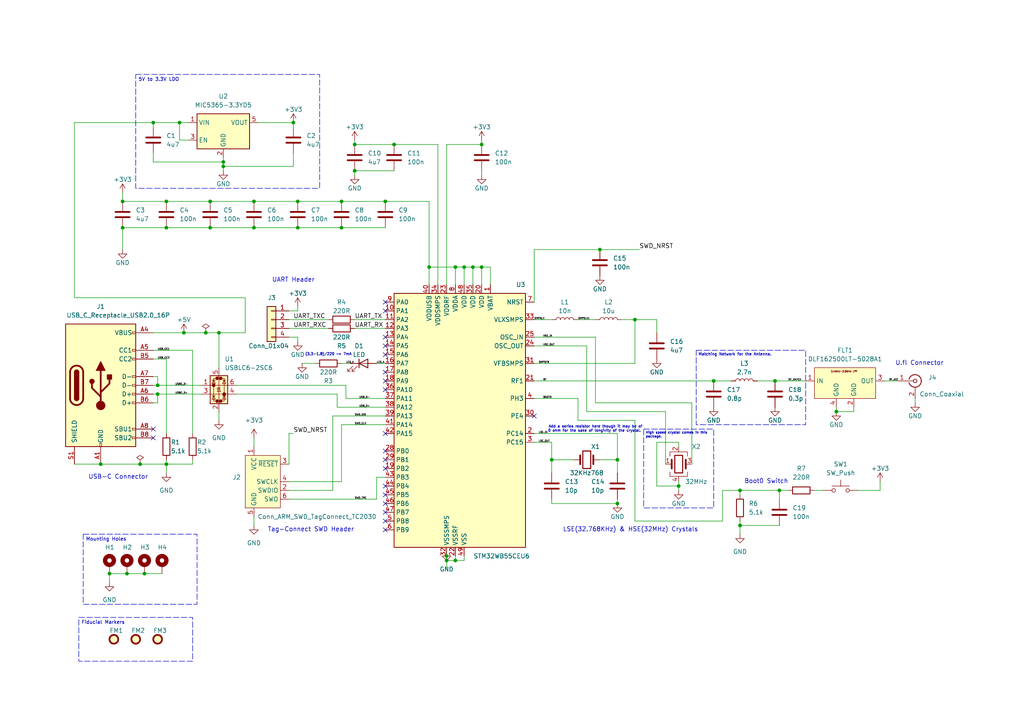
<source format=kicad_sch>
(kicad_sch (version 20231120) (generator "eeschema") (generator_version "8.0")
  (paper "A4")
  (title_block (title "STM32B KiCad Tutorial") (date "2024-05-09") (rev "1.0") (company "Ucase Labs"))
  (lib_symbols
    (symbol "Connector:Conn_ARM_SWD_TagConnect_TC2030" (in_bom no)
      (property "Reference" "J" (at 2.54 11.43 0))
      (property "Value" "Conn_ARM_SWD_TagConnect_TC2030" (at 5.08 8.89 0))
      (symbol "Conn_ARM_SWD_TagConnect_TC2030_0_0"
        (pin power_in line (at -2.54 10.16 270) (length 2.54) (name "VCC") (number "1"))
        (pin bidirectional line (at 7.62 -2.54 180) (length 2.54) (name "SWDIO") (number "2"))
        (pin open_collector line (at 7.62 5.08 180) (length 2.54) (name "~{RESET}") (number "3"))
        (pin output line (at 7.62 0 180) (length 2.54) (name "SWCLK") (number "4"))
        (pin power_in line (at -2.54 -10.16 90) (length 2.54) (name "GND") (number "5"))
        (pin input line (at 7.62 -5.08 180) (length 2.54) (name "SWO") (number "6"))
      )
    )
    (symbol "Connector:Conn_Coaxial" (pin_names (offset 1.016) hide)
      (property "Reference" "J" (at 0.254 3.048 0))
      (property "Value" "Conn_Coaxial" (at 2.921 0 90))
      (symbol "Conn_Coaxial_1_1"
        (pin passive line (at -5.08 0 0) (length 2.54) (name "In") (number "1"))
        (pin passive line (at 0 -5.08 90) (length 2.54) (name "Ext") (number "2"))
      )
    )
    (symbol "Connector:USB_C_Receptacle_USB2.0_16P" (pin_names (offset 1.016))
      (property "Reference" "J" (at 0 22.225 0))
      (property "Value" "USB_C_Receptacle_USB2.0_16P" (at 0 19.685 0))
      (symbol "USB_C_Receptacle_USB2.0_16P_1_1"
        (pin passive line (at 0 -22.86 90) (length 5.08) (name "GND") (number "A1"))
        (pin passive line (at 0 -22.86 90) (length 5.08) hide (name "GND") (number "A12"))
        (pin passive line (at 15.24 15.24 180) (length 5.08) (name "VBUS") (number "A4"))
        (pin bidirectional line (at 15.24 10.16 180) (length 5.08) (name "CC1") (number "A5"))
        (pin bidirectional line (at 15.24 -2.54 180) (length 5.08) (name "D+") (number "A6"))
        (pin bidirectional line (at 15.24 2.54 180) (length 5.08) (name "D-") (number "A7"))
        (pin bidirectional line (at 15.24 -12.7 180) (length 5.08) (name "SBU1") (number "A8"))
        (pin passive line (at 15.24 15.24 180) (length 5.08) hide (name "VBUS") (number "A9"))
        (pin passive line (at 0 -22.86 90) (length 5.08) hide (name "GND") (number "B1"))
        (pin passive line (at 0 -22.86 90) (length 5.08) hide (name "GND") (number "B12"))
        (pin passive line (at 15.24 15.24 180) (length 5.08) hide (name "VBUS") (number "B4"))
        (pin bidirectional line (at 15.24 7.62 180) (length 5.08) (name "CC2") (number "B5"))
        (pin bidirectional line (at 15.24 -5.08 180) (length 5.08) (name "D+") (number "B6"))
        (pin bidirectional line (at 15.24 0 180) (length 5.08) (name "D-") (number "B7"))
        (pin bidirectional line (at 15.24 -15.24 180) (length 5.08) (name "SBU2") (number "B8"))
        (pin passive line (at 15.24 15.24 180) (length 5.08) hide (name "VBUS") (number "B9"))
        (pin passive line (at -7.62 -22.86 90) (length 5.08) (name "SHIELD") (number "S1"))
      )
    )
    (symbol "Connector_Generic:Conn_01x04" (pin_names (offset 1.016) hide)
      (property "Reference" "J" (at 0 5.08 0))
      (property "Value" "Conn_01x04" (at 0 -7.62 0))
      (symbol "Conn_01x04_1_1"
        (pin passive line (at -5.08 2.54 0) (length 3.81) (name "Pin_1") (number "1"))
        (pin passive line (at -5.08 0 0) (length 3.81) (name "Pin_2") (number "2"))
        (pin passive line (at -5.08 -2.54 0) (length 3.81) (name "Pin_3") (number "3"))
        (pin passive line (at -5.08 -5.08 0) (length 3.81) (name "Pin_4") (number "4"))
      )
    )
    (symbol "Device:C" (pin_numbers hide) (pin_names (offset 0.254))
      (property "Reference" "C" (at 0.635 2.54 0))
      (property "Value" "C" (at 0.635 -2.54 0))
      (symbol "C_1_1"
        (pin passive line (at 0 3.81 270) (length 2.794) (name "~") (number "1"))
        (pin passive line (at 0 -3.81 90) (length 2.794) (name "~") (number "2"))
      )
    )
    (symbol "Device:Crystal" (pin_numbers hide) (pin_names (offset 1.016) hide)
      (property "Reference" "Y" (at 0 3.81 0))
      (property "Value" "Crystal" (at 0 -3.81 0))
      (symbol "Crystal_1_1"
        (pin passive line (at -3.81 0 0) (length 1.27) (name "1") (number "1"))
        (pin passive line (at 3.81 0 180) (length 1.27) (name "2") (number "2"))
      )
    )
    (symbol "Device:Crystal_GND24" (pin_names (offset 1.016) hide)
      (property "Reference" "Y" (at 3.175 5.08 0))
      (property "Value" "Crystal_GND24" (at 3.175 3.175 0))
      (symbol "Crystal_GND24_1_1"
        (pin passive line (at -3.81 0 0) (length 1.27) (name "1") (number "1"))
        (pin passive line (at 0 5.08 270) (length 1.27) (name "2") (number "2"))
        (pin passive line (at 3.81 0 180) (length 1.27) (name "3") (number "3"))
        (pin passive line (at 0 -5.08 90) (length 1.27) (name "4") (number "4"))
      )
    )
    (symbol "Device:L" (pin_numbers hide) (pin_names (offset 1.016) hide)
      (property "Reference" "L" (at -1.27 0 90))
      (property "Value" "L" (at 1.905 0 90))
      (symbol "L_1_1"
        (pin passive line (at 0 3.81 270) (length 1.27) (name "1") (number "1"))
        (pin passive line (at 0 -3.81 90) (length 1.27) (name "2") (number "2"))
      )
    )
    (symbol "Device:LED" (pin_numbers hide) (pin_names (offset 1.016) hide)
      (property "Reference" "D" (at 0 2.54 0))
      (property "Value" "LED" (at 0 -2.54 0))
      (symbol "LED_1_1"
        (pin passive line (at -3.81 0 0) (length 2.54) (name "K") (number "1"))
        (pin passive line (at 3.81 0 180) (length 2.54) (name "A") (number "2"))
      )
    )
    (symbol "Device:R" (pin_numbers hide) (pin_names (offset 0))
      (property "Reference" "R" (at 2.032 0 90))
      (property "Value" "R" (at 0 0 90))
      (symbol "R_1_1"
        (pin passive line (at 0 3.81 270) (length 1.27) (name "~") (number "1"))
        (pin passive line (at 0 -3.81 90) (length 1.27) (name "~") (number "2"))
      )
    )
    (symbol "MCU_ST_STM32WB:STM32WB55CEUx"
      (property "Reference" "U" (at -17.78 39.37 0))
      (property "Value" "STM32WB55CEUx" (at 12.7 39.37 0))
      (symbol "STM32WB55CEUx_1_1"
        (pin power_in line (at -7.62 40.64 270) (length 2.54) (name "VBAT") (number "1"))
        (pin bidirectional line (at 22.86 33.02 180) (length 2.54) (name "PA1") (number "10"))
        (pin bidirectional line (at 22.86 30.48 180) (length 2.54) (name "PA2") (number "11"))
        (pin bidirectional line (at 22.86 27.94 180) (length 2.54) (name "PA3") (number "12"))
        (pin bidirectional line (at 22.86 25.4 180) (length 2.54) (name "PA4") (number "13"))
        (pin bidirectional line (at 22.86 22.86 180) (length 2.54) (name "PA5") (number "14"))
        (pin bidirectional line (at 22.86 20.32 180) (length 2.54) (name "PA6") (number "15"))
        (pin bidirectional line (at 22.86 17.78 180) (length 2.54) (name "PA7") (number "16"))
        (pin bidirectional line (at 22.86 15.24 180) (length 2.54) (name "PA8") (number "17"))
        (pin bidirectional line (at 22.86 12.7 180) (length 2.54) (name "PA9") (number "18"))
        (pin bidirectional line (at 22.86 -12.7 180) (length 2.54) (name "PB2") (number "19"))
        (pin bidirectional line (at -20.32 -2.54 0) (length 2.54) (name "PC14") (number "2"))
        (pin power_in line (at -5.08 40.64 270) (length 2.54) (name "VDD") (number "20"))
        (pin bidirectional line (at -20.32 12.7 0) (length 2.54) (name "RF1") (number "21"))
        (pin power_in line (at 2.54 -38.1 90) (length 2.54) (name "VSSRF") (number "22"))
        (pin power_in line (at 5.08 40.64 270) (length 2.54) (name "VDDRF") (number "23"))
        (pin input line (at -20.32 22.86 0) (length 2.54) (name "OSC_OUT") (number "24"))
        (pin input line (at -20.32 25.4 0) (length 2.54) (name "OSC_IN") (number "25"))
        (pin no_connect line (at -17.78 -35.56 0) (length 2.54) hide (name "AT0") (number "26"))
        (pin no_connect line (at -17.78 -33.02 0) (length 2.54) hide (name "AT1") (number "27"))
        (pin bidirectional line (at 22.86 -7.62 180) (length 2.54) (name "PB0") (number "28"))
        (pin bidirectional line (at 22.86 -10.16 180) (length 2.54) (name "PB1") (number "29"))
        (pin bidirectional line (at -20.32 -5.08 0) (length 2.54) (name "PC15") (number "3"))
        (pin bidirectional line (at -20.32 2.54 0) (length 2.54) (name "PE4") (number "30"))
        (pin input line (at -20.32 17.78 0) (length 2.54) (name "VFBSMPS") (number "31"))
        (pin power_in line (at 5.08 -38.1 90) (length 2.54) (name "VSSSMPS") (number "32"))
        (pin power_in line (at -20.32 30.48 0) (length 2.54) (name "VLXSMPS") (number "33"))
        (pin power_in line (at 7.62 40.64 270) (length 2.54) (name "VDDSMPS") (number "34"))
        (pin power_in line (at -2.54 40.64 270) (length 2.54) (name "VDD") (number "35"))
        (pin bidirectional line (at 22.86 10.16 180) (length 2.54) (name "PA10") (number "36"))
        (pin bidirectional line (at 22.86 7.62 180) (length 2.54) (name "PA11") (number "37"))
        (pin bidirectional line (at 22.86 5.08 180) (length 2.54) (name "PA12") (number "38"))
        (pin bidirectional line (at 22.86 2.54 180) (length 2.54) (name "PA13") (number "39"))
        (pin bidirectional line (at -20.32 7.62 0) (length 2.54) (name "PH3") (number "4"))
        (pin power_in line (at 10.16 40.64 270) (length 2.54) (name "VDDUSB") (number "40"))
        (pin bidirectional line (at 22.86 0 180) (length 2.54) (name "PA14") (number "41"))
        (pin bidirectional line (at 22.86 -2.54 180) (length 2.54) (name "PA15") (number "42"))
        (pin bidirectional line (at 22.86 -15.24 180) (length 2.54) (name "PB3") (number "43"))
        (pin bidirectional line (at 22.86 -17.78 180) (length 2.54) (name "PB4") (number "44"))
        (pin bidirectional line (at 22.86 -20.32 180) (length 2.54) (name "PB5") (number "45"))
        (pin bidirectional line (at 22.86 -22.86 180) (length 2.54) (name "PB6") (number "46"))
        (pin bidirectional line (at 22.86 -25.4 180) (length 2.54) (name "PB7") (number "47"))
        (pin power_in line (at 0 40.64 270) (length 2.54) (name "VDD") (number "48"))
        (pin power_in line (at 0 -38.1 90) (length 2.54) (name "VSS") (number "49"))
        (pin bidirectional line (at 22.86 -27.94 180) (length 2.54) (name "PB8") (number "5"))
        (pin bidirectional line (at 22.86 -30.48 180) (length 2.54) (name "PB9") (number "6"))
        (pin input line (at -20.32 35.56 0) (length 2.54) (name "NRST") (number "7"))
        (pin power_in line (at 2.54 40.64 270) (length 2.54) (name "VDDA") (number "8"))
        (pin bidirectional line (at 22.86 35.56 180) (length 2.54) (name "PA0") (number "9"))
      )
    )
    (symbol "Mechanical:Fiducial" (exclude_from_sim yes) (in_bom no)
      (property "Reference" "FID" (at 0 5.08 0))
      (property "Value" "Fiducial" (at 0 3.175 0))
    )
    (symbol "Mechanical:MountingHole_Pad" (pin_numbers hide) (pin_names (offset 1.016) hide) (exclude_from_sim yes) (in_bom no)
      (property "Reference" "H" (at 0 6.35 0))
      (property "Value" "MountingHole_Pad" (at 0 4.445 0))
      (symbol "MountingHole_Pad_1_1"
        (pin input line (at 0 -2.54 90) (length 2.54) (name "1") (number "1"))
      )
    )
    (symbol "Power_Protection:USBLC6-2SC6" (pin_names hide)
      (property "Reference" "U" (at 0.635 5.715 0))
      (property "Value" "USBLC6-2SC6" (at 0.635 3.81 0))
      (symbol "USBLC6-2SC6_1_1"
        (pin passive line (at -5.08 0 0) (length 2.54) (name "I/O1") (number "1"))
        (pin passive line (at 0 -7.62 90) (length 2.54) (name "GND") (number "2"))
        (pin passive line (at -5.08 -2.54 0) (length 2.54) (name "I/O2") (number "3"))
        (pin passive line (at 5.08 -2.54 180) (length 2.54) (name "I/O2") (number "4"))
        (pin passive line (at 0 5.08 270) (length 2.54) (name "VBUS") (number "5"))
        (pin passive line (at 5.08 0 180) (length 2.54) (name "I/O1") (number "6"))
      )
    )
    (symbol "Regulator_Linear:MIC5365-3.3YD5"
      (property "Reference" "U" (at -7.62 6.35 0))
      (property "Value" "MIC5365-3.3YD5" (at 0 6.35 0))
      (symbol "MIC5365-3.3YD5_1_1"
        (pin power_in line (at -10.16 2.54 0) (length 2.54) (name "VIN") (number "1"))
        (pin power_in line (at 0 -7.62 90) (length 2.54) (name "GND") (number "2"))
        (pin input line (at -10.16 -2.54 0) (length 2.54) (name "EN") (number "3"))
        (pin no_connect line (at 7.62 -2.54 180) (length 2.54) hide (name "NC") (number "4"))
        (pin power_out line (at 10.16 2.54 180) (length 2.54) (name "VOUT") (number "5"))
      )
    )
    (symbol "STM32WB-Bluetooth_Hardware_Design_SchematicSymbols:DLF162500LT-5028A1"
      (property "Reference" "FLT" (at 0 4.826 0))
      (property "Value" "DLF162500LT-5028A1" (at 14.224 -6.35 0))
      (symbol "DLF162500LT-5028A1_0_0"
        (pin passive line (at -11.43 0 0) (length 2.54) (name "IN") (number "1"))
        (pin passive line (at 2.54 -7.62 90) (length 2.54) (name "GND") (number "2"))
        (pin passive line (at 11.43 0 180) (length 2.54) (name "OUT") (number "3"))
        (pin passive line (at -2.54 -7.62 90) (length 2.54) (name "GND") (number "4"))
      )
      (symbol "DLF162500LT-5028A1_1_1"
        (text "2.4GHz-2.5GHz LPF" (at -0.254 2.794 0) (effects (font (size 0.508 0.508))))
      )
    )
    (symbol "Switch:SW_Push" (pin_numbers hide) (pin_names (offset 1.016) hide)
      (property "Reference" "SW" (at 1.27 2.54 0))
      (property "Value" "SW_Push" (at 0 -1.524 0))
      (symbol "SW_Push_0_1"
        (pin passive line (at -5.08 0 0) (length 2.54) (name "1") (number "1"))
        (pin passive line (at 5.08 0 180) (length 2.54) (name "2") (number "2"))
      )
    )
    (symbol "power:+3V3" (power) (pin_names (offset 0))
      (property "Value" "+3V3" (at 0 3.556 0))
      (symbol "+3V3_1_1"
        (pin power_in line (at 0 0 90) (length 0) hide (name "+3V3") (number "1"))
      )
    )
    (symbol "power:+5V" (power) (pin_numbers hide) (pin_names (offset 0) hide)
      (property "Value" "+5V" (at 0 3.556 0))
      (symbol "+5V_1_1"
        (pin power_in line (at 0 0 90) (length 0) (name "~") (number "1"))
      )
    )
    (symbol "power:GND" (power) (pin_names (offset 0))
      (property "Value" "GND" (at 0 -3.81 0))
      (symbol "GND_1_1"
        (pin power_in line (at 0 0 270) (length 0) hide (name "GND") (number "1"))
      )
    )
    (symbol "power:PWR_FLAG" (power) (pin_numbers hide) (pin_names (offset 0) hide)
      (property "Value" "PWR_FLAG" (at 0 3.81 0))
      (symbol "PWR_FLAG_0_0"
        (pin power_out line (at 0 0 90) (length 0) (name "~") (number "1"))
      )
    )
  )
  (junction (at 40.64 134.62))
  (junction (at 124.46 77.47))
  (junction (at 173.99 72.39))
  (junction (at 36.83 166.37))
  (junction (at 134.62 77.47))
  (junction (at 184.15 92.71))
  (junction (at 35.56 66.04))
  (junction (at 102.87 41.91))
  (junction (at 52.07 35.56))
  (junction (at 214.63 142.24))
  (junction (at 114.3 41.91))
  (junction (at 73.66 66.04))
  (junction (at 86.36 58.42))
  (junction (at 111.76 58.42))
  (junction (at 226.06 142.24))
  (junction (at 224.79 110.49))
  (junction (at 129.54 161.29))
  (junction (at 60.96 66.04))
  (junction (at 41.91 166.37))
  (junction (at 64.77 48.26))
  (junction (at 59.69 96.52))
  (junction (at 44.45 35.56))
  (junction (at 242.57 119.38))
  (junction (at 179.07 133.35))
  (junction (at 31.75 166.37))
  (junction (at 60.96 58.42))
  (junction (at 214.63 152.4))
  (junction (at 85.09 35.56))
  (junction (at 63.5 96.52))
  (junction (at 45.72 111.76))
  (junction (at 73.66 58.42))
  (junction (at 137.16 77.47))
  (junction (at 102.87 49.53))
  (junction (at 129.54 162.56))
  (junction (at 29.21 134.62))
  (junction (at 139.7 77.47))
  (junction (at 99.06 66.04))
  (junction (at 64.77 46.99))
  (junction (at 48.26 58.42))
  (junction (at 139.7 41.91))
  (junction (at 99.06 58.42))
  (junction (at 48.26 66.04))
  (junction (at 132.08 77.47))
  (junction (at 45.72 114.3))
  (junction (at 132.08 162.56))
  (junction (at 207.01 110.49))
  (junction (at 86.36 66.04))
  (junction (at 196.85 140.97))
  (junction (at 48.26 134.62))
  (junction (at 53.34 96.52))
  (junction (at 35.56 58.42))
  (junction (at 179.07 146.05))
  (junction (at 160.02 133.35))
  (no_connect (at 111.76 97.79))
  (no_connect (at 111.76 90.17))
  (no_connect (at 111.76 110.49))
  (no_connect (at 111.76 146.05))
  (no_connect (at 111.76 135.89))
  (no_connect (at 111.76 153.67))
  (no_connect (at 44.45 124.46))
  (no_connect (at 111.76 143.51))
  (no_connect (at 111.76 130.81))
  (no_connect (at 111.76 133.35))
  (no_connect (at 111.76 100.33))
  (no_connect (at 111.76 102.87))
  (no_connect (at 111.76 140.97))
  (no_connect (at 111.76 148.59))
  (no_connect (at 44.45 127))
  (no_connect (at 154.94 120.65))
  (no_connect (at 111.76 107.95))
  (no_connect (at 111.76 151.13))
  (no_connect (at 111.76 87.63))
  (no_connect (at 111.76 125.73))
  (no_connect (at 111.76 113.03))
  (wire (pts (xy 139.7 49.53) (xy 139.7 50.8)))
  (wire (pts (xy 55.88 134.62) (xy 55.88 133.35)))
  (wire (pts (xy 44.45 96.52) (xy 53.34 96.52)))
  (wire (pts (xy 63.5 96.52) (xy 71.12 96.52)))
  (wire (pts (xy 60.96 66.04) (xy 73.66 66.04)))
  (wire (pts (xy 44.45 44.45) (xy 44.45 46.99)))
  (wire (pts (xy 209.55 151.13) (xy 209.55 142.24)))
  (wire (pts (xy 85.09 48.26) (xy 85.09 44.45)))
  (wire (pts (xy 83.82 95.25) (xy 95.25 95.25)))
  (wire (pts (xy 154.94 87.63) (xy 154.94 72.39)))
  (wire (pts (xy 132.08 77.47) (xy 134.62 77.47)))
  (wire (pts (xy 102.87 41.91) (xy 114.3 41.91)))
  (wire (pts (xy 132.08 77.47) (xy 132.08 82.55)))
  (wire (pts (xy 190.5 140.97) (xy 190.5 128.27)))
  (wire (pts (xy 124.46 58.42) (xy 124.46 77.47)))
  (wire (pts (xy 160.02 133.35) (xy 160.02 137.16)))
  (wire (pts (xy 87.63 105.41) (xy 91.44 105.41)))
  (wire (pts (xy 53.34 96.52) (xy 59.69 96.52)))
  (wire (pts (xy 35.56 55.88) (xy 35.56 58.42)))
  (wire (pts (xy 99.06 139.7) (xy 99.06 123.19)))
  (wire (pts (xy 86.36 88.9) (xy 86.36 90.17)))
  (wire (pts (xy 184.15 92.71) (xy 190.5 92.71)))
  (wire (pts (xy 247.65 119.38) (xy 247.65 118.11)))
  (wire (pts (xy 64.77 48.26) (xy 64.77 49.53)))
  (wire (pts (xy 179.07 133.35) (xy 179.07 137.16)))
  (wire (pts (xy 214.63 152.4) (xy 226.06 152.4)))
  (wire (pts (xy 129.54 161.29) (xy 129.54 160.02)))
  (wire (pts (xy 134.62 77.47) (xy 137.16 77.47)))
  (wire (pts (xy 124.46 77.47) (xy 132.08 77.47)))
  (wire (pts (xy 160.02 133.35) (xy 166.37 133.35)))
  (wire (pts (xy 45.72 109.22) (xy 45.72 111.76)))
  (wire (pts (xy 154.94 110.49) (xy 207.01 110.49)))
  (wire (pts (xy 142.24 77.47) (xy 142.24 82.55)))
  (wire (pts (xy 242.57 119.38) (xy 242.57 118.11)))
  (wire (pts (xy 99.06 66.04) (xy 111.76 66.04)))
  (wire (pts (xy 48.26 137.16) (xy 48.26 134.62)))
  (wire (pts (xy 44.45 109.22) (xy 45.72 109.22)))
  (wire (pts (xy 190.5 92.71) (xy 190.5 96.52)))
  (wire (pts (xy 100.33 111.76) (xy 100.33 115.57)))
  (wire (pts (xy 170.18 100.33) (xy 154.94 100.33)))
  (wire (pts (xy 35.56 66.04) (xy 35.56 72.39)))
  (wire (pts (xy 139.7 77.47) (xy 139.7 82.55)))
  (wire (pts (xy 86.36 58.42) (xy 99.06 58.42)))
  (wire (pts (xy 184.15 92.71) (xy 184.15 105.41)))
  (wire (pts (xy 214.63 142.24) (xy 226.06 142.24)))
  (wire (pts (xy 35.56 66.04) (xy 48.26 66.04)))
  (wire (pts (xy 86.36 90.17) (xy 83.82 90.17)))
  (wire (pts (xy 45.72 114.3) (xy 58.42 114.3)))
  (wire (pts (xy 73.66 149.86) (xy 73.66 152.4)))
  (wire (pts (xy 160.02 146.05) (xy 179.07 146.05)))
  (wire (pts (xy 63.5 96.52) (xy 63.5 106.68)))
  (wire (pts (xy 97.79 118.11) (xy 111.76 118.11)))
  (wire (pts (xy 60.96 58.42) (xy 73.66 58.42)))
  (wire (pts (xy 100.33 115.57) (xy 111.76 115.57)))
  (wire (pts (xy 97.79 114.3) (xy 97.79 118.11)))
  (wire (pts (xy 44.45 111.76) (xy 45.72 111.76)))
  (wire (pts (xy 85.09 36.83) (xy 85.09 35.56)))
  (wire (pts (xy 48.26 58.42) (xy 60.96 58.42)))
  (wire (pts (xy 52.07 40.64) (xy 52.07 35.56)))
  (wire (pts (xy 167.64 115.57) (xy 167.64 121.92)))
  (wire (pts (xy 154.94 128.27) (xy 160.02 128.27)))
  (wire (pts (xy 31.75 166.37) (xy 36.83 166.37)))
  (wire (pts (xy 170.18 119.38) (xy 170.18 100.33)))
  (wire (pts (xy 44.45 46.99) (xy 64.77 46.99)))
  (wire (pts (xy 55.88 101.6) (xy 55.88 125.73)))
  (wire (pts (xy 83.82 134.62) (xy 83.82 125.73)))
  (wire (pts (xy 44.45 116.84) (xy 45.72 116.84)))
  (wire (pts (xy 73.66 127) (xy 73.66 129.54)))
  (wire (pts (xy 190.5 128.27) (xy 196.85 128.27)))
  (wire (pts (xy 45.72 116.84) (xy 45.72 114.3)))
  (wire (pts (xy 265.43 115.57) (xy 265.43 116.84)))
  (wire (pts (xy 74.93 35.56) (xy 85.09 35.56)))
  (wire (pts (xy 180.34 92.71) (xy 184.15 92.71)))
  (wire (pts (xy 137.16 77.47) (xy 139.7 77.47)))
  (wire (pts (xy 48.26 66.04) (xy 60.96 66.04)))
  (wire (pts (xy 45.72 111.76) (xy 58.42 111.76)))
  (wire (pts (xy 154.94 115.57) (xy 167.64 115.57)))
  (wire (pts (xy 48.26 104.14) (xy 44.45 104.14)))
  (wire (pts (xy 184.15 105.41) (xy 154.94 105.41)))
  (wire (pts (xy 179.07 125.73) (xy 179.07 133.35)))
  (wire (pts (xy 102.87 49.53) (xy 114.3 49.53)))
  (wire (pts (xy 129.54 162.56) (xy 132.08 162.56)))
  (wire (pts (xy 68.58 114.3) (xy 97.79 114.3)))
  (wire (pts (xy 124.46 82.55) (xy 124.46 77.47)))
  (wire (pts (xy 139.7 40.64) (xy 139.7 41.91)))
  (wire (pts (xy 185.42 72.39) (xy 173.99 72.39)))
  (wire (pts (xy 196.85 128.27) (xy 196.85 129.54)))
  (wire (pts (xy 139.7 77.47) (xy 142.24 77.47)))
  (wire (pts (xy 73.66 58.42) (xy 86.36 58.42)))
  (wire (pts (xy 96.52 142.24) (xy 96.52 120.65)))
  (wire (pts (xy 236.22 142.24) (xy 238.76 142.24)))
  (wire (pts (xy 154.94 125.73) (xy 179.07 125.73)))
  (wire (pts (xy 73.66 66.04) (xy 86.36 66.04)))
  (wire (pts (xy 44.45 114.3) (xy 45.72 114.3)))
  (wire (pts (xy 36.83 166.37) (xy 41.91 166.37)))
  (wire (pts (xy 48.26 125.73) (xy 48.26 104.14)))
  (wire (pts (xy 129.54 41.91) (xy 129.54 82.55)))
  (wire (pts (xy 193.04 134.62) (xy 193.04 119.38)))
  (wire (pts (xy 224.79 110.49) (xy 233.68 110.49)))
  (wire (pts (xy 129.54 41.91) (xy 139.7 41.91)))
  (wire (pts (xy 83.82 125.73) (xy 85.09 125.73)))
  (wire (pts (xy 255.27 142.24) (xy 248.92 142.24)))
  (wire (pts (xy 21.59 35.56) (xy 44.45 35.56)))
  (wire (pts (xy 256.54 110.49) (xy 260.35 110.49)))
  (wire (pts (xy 83.82 97.79) (xy 86.36 97.79)))
  (wire (pts (xy 86.36 97.79) (xy 86.36 99.06)))
  (wire (pts (xy 132.08 161.29) (xy 132.08 162.56)))
  (wire (pts (xy 255.27 139.7) (xy 255.27 142.24)))
  (wire (pts (xy 59.69 96.52) (xy 63.5 96.52)))
  (wire (pts (xy 226.06 142.24) (xy 228.6 142.24)))
  (wire (pts (xy 99.06 58.42) (xy 111.76 58.42)))
  (wire (pts (xy 102.87 40.64) (xy 102.87 41.91)))
  (wire (pts (xy 127 41.91) (xy 127 82.55)))
  (wire (pts (xy 154.94 97.79) (xy 172.72 97.79)))
  (wire (pts (xy 109.22 138.43) (xy 109.22 144.78)))
  (wire (pts (xy 137.16 77.47) (xy 137.16 82.55)))
  (wire (pts (xy 102.87 92.71) (xy 111.76 92.71)))
  (wire (pts (xy 134.62 77.47) (xy 134.62 82.55)))
  (wire (pts (xy 99.06 123.19) (xy 111.76 123.19)))
  (wire (pts (xy 184.15 151.13) (xy 209.55 151.13)))
  (wire (pts (xy 52.07 35.56) (xy 54.61 35.56)))
  (wire (pts (xy 242.57 119.38) (xy 247.65 119.38)))
  (wire (pts (xy 109.22 105.41) (xy 111.76 105.41)))
  (wire (pts (xy 154.94 92.71) (xy 160.02 92.71)))
  (wire (pts (xy 96.52 120.65) (xy 111.76 120.65)))
  (wire (pts (xy 102.87 95.25) (xy 111.76 95.25)))
  (wire (pts (xy 160.02 128.27) (xy 160.02 133.35)))
  (wire (pts (xy 207.01 110.49) (xy 212.09 110.49)))
  (wire (pts (xy 167.64 121.92) (xy 184.15 121.92)))
  (wire (pts (xy 111.76 58.42) (xy 124.46 58.42)))
  (wire (pts (xy 48.26 134.62) (xy 55.88 134.62)))
  (wire (pts (xy 83.82 142.24) (xy 96.52 142.24)))
  (wire (pts (xy 154.94 72.39) (xy 173.99 72.39)))
  (wire (pts (xy 21.59 86.36) (xy 21.59 35.56)))
  (wire (pts (xy 29.21 134.62) (xy 40.64 134.62)))
  (wire (pts (xy 31.75 166.37) (xy 31.75 168.91)))
  (wire (pts (xy 44.45 101.6) (xy 55.88 101.6)))
  (wire (pts (xy 173.99 133.35) (xy 179.07 133.35)))
  (wire (pts (xy 83.82 139.7) (xy 99.06 139.7)))
  (wire (pts (xy 21.59 134.62) (xy 29.21 134.62)))
  (wire (pts (xy 226.06 144.78) (xy 226.06 142.24)))
  (wire (pts (xy 214.63 152.4) (xy 214.63 151.13)))
  (wire (pts (xy 41.91 166.37) (xy 46.99 166.37)))
  (wire (pts (xy 219.71 110.49) (xy 224.79 110.49)))
  (wire (pts (xy 160.02 146.05) (xy 160.02 144.78)))
  (wire (pts (xy 64.77 46.99) (xy 64.77 48.26)))
  (wire (pts (xy 102.87 49.53) (xy 102.87 50.8)))
  (wire (pts (xy 167.64 92.71) (xy 172.72 92.71)))
  (wire (pts (xy 129.54 161.29) (xy 129.54 162.56)))
  (wire (pts (xy 48.26 134.62) (xy 48.26 133.35)))
  (wire (pts (xy 179.07 144.78) (xy 179.07 146.05)))
  (wire (pts (xy 114.3 41.91) (xy 127 41.91)))
  (wire (pts (xy 214.63 154.94) (xy 214.63 152.4)))
  (wire (pts (xy 132.08 162.56) (xy 134.62 162.56)))
  (wire (pts (xy 68.58 111.76) (xy 100.33 111.76)))
  (wire (pts (xy 44.45 35.56) (xy 52.07 35.56)))
  (wire (pts (xy 214.63 143.51) (xy 214.63 142.24)))
  (wire (pts (xy 209.55 142.24) (xy 214.63 142.24)))
  (wire (pts (xy 109.22 138.43) (xy 111.76 138.43)))
  (wire (pts (xy 71.12 86.36) (xy 21.59 86.36)))
  (wire (pts (xy 196.85 142.24) (xy 196.85 140.97)))
  (wire (pts (xy 200.66 116.84) (xy 200.66 134.62)))
  (wire (pts (xy 184.15 121.92) (xy 184.15 151.13)))
  (wire (pts (xy 83.82 92.71) (xy 95.25 92.71)))
  (wire (pts (xy 196.85 140.97) (xy 196.85 139.7)))
  (wire (pts (xy 196.85 140.97) (xy 190.5 140.97)))
  (wire (pts (xy 63.5 119.38) (xy 63.5 121.92)))
  (wire (pts (xy 86.36 66.04) (xy 99.06 66.04)))
  (wire (pts (xy 35.56 58.42) (xy 48.26 58.42)))
  (wire (pts (xy 172.72 116.84) (xy 200.66 116.84)))
  (wire (pts (xy 99.06 105.41) (xy 101.6 105.41)))
  (wire (pts (xy 44.45 36.83) (xy 44.45 35.56)))
  (wire (pts (xy 71.12 86.36) (xy 71.12 96.52)))
  (wire (pts (xy 129.54 162.56) (xy 129.54 165.1)))
  (wire (pts (xy 172.72 97.79) (xy 172.72 116.84)))
  (wire (pts (xy 40.64 134.62) (xy 48.26 134.62)))
  (wire (pts (xy 134.62 162.56) (xy 134.62 161.29)))
  (wire (pts (xy 64.77 45.72) (xy 64.77 46.99)))
  (wire (pts (xy 83.82 144.78) (xy 109.22 144.78)))
  (wire (pts (xy 193.04 119.38) (xy 170.18 119.38)))
  (wire (pts (xy 54.61 40.64) (xy 52.07 40.64)))
  (wire (pts (xy 64.77 48.26) (xy 85.09 48.26)))
  (text_box "Fiducial Markers" (at 22.86 179.07 0) (size 33.02 12.7) (stroke (width 0) (type dash)) (effects (font (size 1 1)) (justify left top)))
  (text_box "Mounting Holes" (at 24.13 154.94 0) (size 33.02 20.32) (stroke (width 0) (type dash)) (effects (font (size 1 1)) (justify left top)))
  (text_box "Matching Network for the Antenna." (at 201.93 101.6 0) (size 31.75 21.59) (stroke (width 0) (type dash)) (effects (font (size 0.8 0.8)) (justify left top)))
  (text_box "5V to 3.3V LDO" (at 39.37 21.59 0) (size 53.34 33.02) (stroke (width 0) (type dash)) (effects (font (size 1 1)) (justify left top)))
  (text_box "High speed crystal comes in this package.\n" (at 186.69 124.46 0) (size 20.32 22.86) (stroke (width 0) (type dash)) (effects (font (size 0.7 0.7)) (justify left top)))
  (text "Add a series resistor here though it may be of\n0 ohm for the sake of longivity of the crystal. " (at 172.72 124.46 0) (effects (font (size 0.75 0.75))))
  (text "(3.3-1.8)/220 ~= 7mA" (at 95.25 102.87 0) (effects (font (size 0.75 0.75))))
  (text "Tag-Connect SWD Header" (at 90.17 153.67 0) (effects (font (size 1.27 1.27))))
  (text "USB-C Connector" (at 34.29 138.43 0) (effects (font (size 1.27 1.27))))
  (text "LSE(32.768KHz) & HSE(32MHz) Crystals" (at 182.88 153.67 0) (effects (font (size 1.27 1.27))))
  (text "U.fl Connector" (at 266.7 105.41 0) (effects (font (size 1.27 1.27))))
  (text "Boot0 Switch" (at 222.25 139.7 0) (effects (font (size 1.27 1.27))))
  (text "UART Header" (at 85.09 81.28 0) (effects (font (size 1.27 1.27))))
  (label "UART_TXC" (at 85.09 92.71 0))
  (label "UART_RX" (at 102.87 95.25 0))
  (label "RF_ANT" (at 257.81 110.49 0) (effects (font (size 0.5 0.5))))
  (label "USBC_D-" (at 50.8 111.76 0) (effects (font (size 0.5 0.5))))
  (label "SMPSLXL" (at 167.64 92.71 0) (effects (font (size 0.5 0.5))))
  (label "USB_D+" (at 104.14 118.11 0) (effects (font (size 0.5 0.5))))
  (label "SWD_DIO" (at 102.87 120.65 0) (effects (font (size 0.5 0.5))))
  (label "SWD_TRC" (at 102.87 144.78 0) (effects (font (size 0.5 0.5))))
  (label "SWD_NRST" (at 185.42 72.39 0))
  (label "USB_CC1" (at 45.72 101.6 0) (effects (font (size 0.5 0.5))))
  (label "LED_A" (at 109.22 105.41 0) (effects (font (size 0.5 0.5))))
  (label "RF_MATCH" (at 228.6 110.49 0) (effects (font (size 0.5 0.5))))
  (label "SWD_CLK" (at 102.87 123.19 0) (effects (font (size 0.5 0.5))))
  (label "USB_CC2" (at 45.72 104.14 0) (effects (font (size 0.5 0.5))))
  (label "UART_TX" (at 102.87 92.71 0))
  (label "LSE_OUT" (at 156.21 128.27 0) (effects (font (size 0.5 0.5))))
  (label "USBC_D+" (at 50.8 114.3 0) (effects (font (size 0.5 0.5))))
  (label "BOOT0" (at 157.48 115.57 0) (effects (font (size 0.5 0.5))))
  (label "LSE_IN" (at 156.21 125.73 0) (effects (font (size 0.5 0.5))))
  (label "SWD_NRST" (at 85.09 125.73 0))
  (label "SMPSFB" (at 156.21 105.41 0) (effects (font (size 0.5 0.5))))
  (label "HSE_IN" (at 157.48 97.79 0) (effects (font (size 0.5 0.5))))
  (label "RF" (at 157.48 110.49 0) (effects (font (size 0.5 0.5))))
  (label "UART_RXC" (at 85.09 95.25 0))
  (label "USB_D-" (at 104.14 115.57 0) (effects (font (size 0.5 0.5))))
  (label "SMPSLX" (at 154.94 92.71 0) (effects (font (size 0.5 0.5))))
  (label "HSE_OUT" (at 157.48 100.33 0) (effects (font (size 0.5 0.5))))
  (label "LED_K" (at 100.33 105.41 0) (effects (font (size 0.5 0.5))))
  (symbol (lib_id "Device:C") (at 99.06 62.23 0) (unit 1)
    (property "Reference" "C8" (at 102.87 60.96 0) (effects (justify left)))
    (property "Value" "100n" (at 102.87 63.5 0) (effects (justify left)))
    (property "Footprint" "Capacitor_SMD:C_0402_1005Metric" (effects (hide yes)))
  )
  (symbol (lib_id "Connector:USB_C_Receptacle_USB2.0_16P") (at 29.21 111.76 0) (unit 1)
    (property "Reference" "J1" (at 29.21 88.9 0))
    (property "Value" "USB_C_Receptacle_USB2.0_16P" (at 34.29 91.44 0))
    (property "Footprint" "Connector_USB:USB_C_Receptacle_GCT_USB4105-xx-A_16P_TopMnt_Horizontal" (effects (hide yes)))
    (property "Datasheet" "https://www.usb.org/sites/default/files/documents/usb_type-c.zip" (effects (hide yes)))
    (property "Description" "USB 2.0-only 16P Type-C Receptacle connector" (effects (hide yes)))
  )
  (symbol (lib_id "power:GND") (at 190.5 104.14 0) (unit 1)
    (property "Reference" "#PWR020" (effects (hide yes)))
    (property "Value" "GND" (at 190.5 107.95 0))
  )
  (symbol (lib_id "Device:C") (at 60.96 62.23 0) (unit 1)
    (property "Reference" "C5" (at 64.77 60.9599 0) (effects (justify left)))
    (property "Value" "100n" (at 64.77 63.4999 0) (effects (justify left)))
    (property "Footprint" "Capacitor_SMD:C_0402_1005Metric" (effects (hide yes)))
  )
  (symbol (lib_id "power:+3V3") (at 139.7 40.64 0) (unit 1)
    (property "Reference" "#PWR016" (effects (hide yes)))
    (property "Value" "+3V3" (at 139.7 36.83 0))
  )
  (symbol (lib_id "power:PWR_FLAG") (at 59.69 96.52 0) (unit 1)
    (property "Reference" "#FLG01" (effects (hide yes)))
    (property "Value" "PWR_FLAG" (effects (hide yes)))
    (property "Description" "Special symbol for telling ERC where power comes from" (effects (hide yes)))
  )
  (symbol (lib_id "power:GND") (at 129.54 160.02 0) (unit 1)
    (property "Reference" "#PWR015" (effects (hide yes)))
    (property "Value" "GND" (at 129.54 165.1 0))
  )
  (symbol (lib_id "MCU_ST_STM32WB:STM32WB55CEUx") (at 134.62 123.19 0) (mirror y) (unit 1)
    (property "Reference" "U3" (at 152.4 82.55 0) (effects (justify left)))
    (property "Value" "STM32WB55CEU6" (at 153.67 161.29 0) (effects (justify left)))
    (property "Footprint" "Package_DFN_QFN:QFN-48-1EP_7x7mm_P0.5mm_EP5.6x5.6mm" (effects (hide yes)))
    (property "Datasheet" "https://www.st.com/resource/en/datasheet/stm32wb55ce.pdf" (effects (hide yes)))
  )
  (symbol (lib_id "Mechanical:MountingHole_Pad") (at 41.91 163.83 0) (unit 1) (exclude_from_sim yes)
    (property "Reference" "H3" (at 40.64 158.75 0) (effects (justify left)))
    (property "Value" "MountingHole_Pad" (effects (hide yes)))
    (property "Footprint" "MountingHole:MountingHole_2.2mm_M2_Pad_Via" (effects (hide yes)))
    (property "Description" "Mounting Hole with connection" (effects (hide yes)))
  )
  (symbol (lib_id "Device:Crystal") (at 170.18 133.35 0) (unit 1)
    (property "Reference" "X1" (at 172.72 129.54 0))
    (property "Value" "32KHz768" (at 170.18 137.16 0))
    (property "Footprint" "Crystal:Crystal_SMD_2012-2Pin_2.0x1.2mm" (effects (hide yes)))
    (property "Description" "Two pin crystal" (effects (hide yes)))
  )
  (symbol (lib_id "power:GND") (at 173.99 80.01 0) (unit 1)
    (property "Reference" "#PWR018" (effects (hide yes)))
    (property "Value" "GND" (at 173.99 83.82 0))
  )
  (symbol (lib_id "Power_Protection:USBLC6-2SC6") (at 63.5 111.76 0) (unit 1)
    (property "Reference" "U1" (at 65.1511 104.14 0) (effects (justify left)))
    (property "Value" "USBLC6-2SC6" (at 65.1511 106.68 0) (effects (justify left)))
    (property "Footprint" "Package_TO_SOT_SMD:SOT-23-6" (effects (hide yes)))
    (property "Datasheet" "https://www.st.com/resource/en/datasheet/usblc6-2.pdf" (effects (hide yes)))
    (property "Description" "Very low capacitance ESD protection diode, 2 data-line, SOT-23-6" (effects (hide yes)))
  )
  (symbol (lib_id "Device:C") (at 114.3 45.72 0) (unit 1)
    (property "Reference" "C11" (at 118.11 44.45 0) (effects (justify left)))
    (property "Value" "100n" (at 118.11 46.99 0) (effects (justify left)))
    (property "Footprint" "Capacitor_SMD:C_0402_1005Metric" (effects (hide yes)))
  )
  (symbol (lib_id "Switch:SW_Push") (at 243.84 142.24 0) (unit 1)
    (property "Reference" "SW1" (at 243.84 134.62 0))
    (property "Value" "SW_Push" (at 243.84 137.16 0))
    (property "Footprint" "Button_Switch_SMD:SW_SPST_B3U-1000P" (effects (hide yes)))
    (property "Description" "Push button switch, generic, two pins" (effects (hide yes)))
  )
  (symbol (lib_id "Device:C") (at 173.99 76.2 0) (unit 1)
    (property "Reference" "C15" (at 177.8 74.9299 0) (effects (justify left)))
    (property "Value" "100n" (at 177.8 77.4699 0) (effects (justify left)))
    (property "Footprint" "Capacitor_SMD:C_0402_1005Metric" (effects (hide yes)))
  )
  (symbol (lib_id "Device:C") (at 179.07 140.97 0) (unit 1)
    (property "Reference" "C14" (at 171.45 139.7 0) (effects (justify left)))
    (property "Value" "10p" (at 171.45 142.24 0) (effects (justify left)))
    (property "Footprint" "Capacitor_SMD:C_0402_1005Metric" (effects (hide yes)))
  )
  (symbol (lib_id "Device:L") (at 215.9 110.49 90) (unit 1)
    (property "Reference" "L3" (at 215.9 105.41 90))
    (property "Value" "2.7n" (at 215.9 107.95 90))
    (property "Footprint" "Inductor_SMD:L_0402_1005Metric" (effects (hide yes)))
    (property "Description" "Inductor" (effects (hide yes)))
  )
  (symbol (lib_id "Device:LED") (at 105.41 105.41 0) (unit 1)
    (property "Reference" "D1" (at 104.14 100.33 0))
    (property "Value" "LED" (at 104.14 102.87 0))
    (property "Footprint" "LED_SMD:LED_0402_1005Metric" (effects (hide yes)))
    (property "Description" "Light emitting diode" (effects (hide yes)))
  )
  (symbol (lib_id "Device:L") (at 176.53 92.71 90) (unit 1)
    (property "Reference" "L2" (at 176.53 87.63 90))
    (property "Value" "10u" (at 176.53 90.17 90))
    (property "Footprint" "Inductor_SMD:L_0805_2012Metric" (effects (hide yes)))
    (property "Description" "Inductor" (effects (hide yes)))
  )
  (symbol (lib_id "Device:C") (at 111.76 62.23 0) (unit 1)
    (property "Reference" "C9" (at 115.57 60.9599 0) (effects (justify left)))
    (property "Value" "100n" (at 115.57 63.4999 0) (effects (justify left)))
    (property "Footprint" "Capacitor_SMD:C_0402_1005Metric" (effects (hide yes)))
  )
  (symbol (lib_id "Mechanical:MountingHole_Pad") (at 36.83 163.83 0) (unit 1) (exclude_from_sim yes)
    (property "Reference" "H2" (at 35.56 158.75 0) (effects (justify left)))
    (property "Value" "MountingHole_Pad" (effects (hide yes)))
    (property "Footprint" "MountingHole:MountingHole_2.2mm_M2_Pad_Via" (effects (hide yes)))
    (property "Description" "Mounting Hole with connection" (effects (hide yes)))
  )
  (symbol (lib_id "Device:Crystal_GND24") (at 196.85 134.62 0) (unit 1)
    (property "Reference" "X2" (at 201.93 129.54 0))
    (property "Value" "32MHz" (at 201.93 139.7 0))
    (property "Footprint" "Crystal:Crystal_SMD_2016-4Pin_2.0x1.6mm" (effects (hide yes)))
    (property "Description" "Four pin crystal, GND on pins 2 and 4" (effects (hide yes)))
  )
  (symbol (lib_id "power:GND") (at 64.77 49.53 0) (unit 1)
    (property "Reference" "#PWR06" (effects (hide yes)))
    (property "Value" "GND" (at 64.77 53.34 0))
  )
  (symbol (lib_id "power:GND") (at 179.07 146.05 0) (unit 1)
    (property "Reference" "#PWR019" (effects (hide yes)))
    (property "Value" "GND" (at 179.07 149.86 0))
  )
  (symbol (lib_id "Device:R") (at 55.88 129.54 0) (unit 1)
    (property "Reference" "R2" (at 57.15 128.27 0) (effects (justify left)))
    (property "Value" "5.1k" (at 57.15 130.81 0) (effects (justify left)))
    (property "Footprint" "Resistor_SMD:R_0402_1005Metric" (effects (hide yes)))
    (property "Description" "Resistor" (effects (hide yes)))
  )
  (symbol (lib_id "Device:R") (at 214.63 147.32 0) (unit 1)
    (property "Reference" "R6" (at 217.17 146.0499 0) (effects (justify left)))
    (property "Value" "5.1k" (at 217.17 148.5899 0) (effects (justify left)))
    (property "Footprint" "Resistor_SMD:R_0402_1005Metric" (effects (hide yes)))
    (property "Description" "Resistor" (effects (hide yes)))
  )
  (symbol (lib_id "power:GND") (at 139.7 50.8 0) (unit 1)
    (property "Reference" "#PWR017" (effects (hide yes)))
    (property "Value" "GND" (at 139.7 54.61 0))
  )
  (symbol (lib_id "power:+3V3") (at 73.66 127 0) (unit 1)
    (property "Reference" "#PWR07" (effects (hide yes)))
    (property "Value" "+3V3" (at 73.66 121.92 0))
  )
  (symbol (lib_id "Connector:Conn_Coaxial") (at 265.43 110.49 0) (unit 1)
    (property "Reference" "J4" (at 269.24 109.5131 0) (effects (justify left)))
    (property "Value" "Conn_Coaxial" (at 266.7 114.3 0) (effects (justify left)))
    (property "Footprint" "Connector_Coaxial:U.FL_Hirose_U.FL-R-SMT-1_Vertical" (effects (hide yes)))
    (property "Datasheet" " ~" (effects (hide yes)))
    (property "Description" "coaxial connector (BNC, SMA, SMB, SMC, Cinch/RCA, LEMO, ...)" (effects (hide yes)))
  )
  (symbol (lib_id "Device:C") (at 102.87 45.72 0) (unit 1)
    (property "Reference" "C10" (at 106.68 44.45 0) (effects (justify left)))
    (property "Value" "4u7" (at 106.68 46.99 0) (effects (justify left)))
    (property "Footprint" "Capacitor_SMD:C_0603_1608Metric" (effects (hide yes)))
  )
  (symbol (lib_id "Device:C") (at 139.7 45.72 0) (unit 1)
    (property "Reference" "C12" (at 143.51 44.45 0) (effects (justify left)))
    (property "Value" "100n" (at 143.51 46.99 0) (effects (justify left)))
    (property "Footprint" "Capacitor_SMD:C_0402_1005Metric" (effects (hide yes)))
  )
  (symbol (lib_id "Device:L") (at 163.83 92.71 90) (unit 1)
    (property "Reference" "L1" (at 163.83 87.63 90))
    (property "Value" "10n" (at 163.83 90.17 90))
    (property "Footprint" "Inductor_SMD:L_0402_1005Metric" (effects (hide yes)))
    (property "Description" "Inductor" (effects (hide yes)))
  )
  (symbol (lib_id "Mechanical:Fiducial") (at 45.72 185.42 0) (unit 1) (exclude_from_sim yes)
    (property "Reference" "FM3" (at 44.45 182.88 0) (effects (justify left)))
    (property "Value" "Fiducial" (effects (hide yes)))
    (property "Footprint" "Fiducial:Fiducial_0.5mm_Mask1mm" (effects (hide yes)))
    (property "Description" "Fiducial Marker" (effects (hide yes)))
  )
  (symbol (lib_id "power:GND") (at 214.63 154.94 0) (unit 1)
    (property "Reference" "#PWR023" (effects (hide yes)))
    (property "Value" "GND" (at 214.63 160.02 0))
  )
  (symbol (lib_id "power:GND") (at 224.79 118.11 0) (unit 1)
    (property "Reference" "#PWR024" (effects (hide yes)))
    (property "Value" "GND" (at 224.79 121.92 0))
  )
  (symbol (lib_id "Device:R") (at 48.26 129.54 0) (unit 1)
    (property "Reference" "R1" (at 49.53 128.27 0) (effects (justify left)))
    (property "Value" "5.1k" (at 49.53 130.81 0) (effects (justify left)))
    (property "Footprint" "Resistor_SMD:R_0402_1005Metric" (effects (hide yes)))
    (property "Description" "Resistor" (effects (hide yes)))
  )
  (symbol (lib_id "power:GND") (at 31.75 168.91 0) (unit 1)
    (property "Reference" "#PWR028" (effects (hide yes)))
    (property "Value" "GND" (at 31.75 173.99 0))
  )
  (symbol (lib_id "power:+3V3") (at 86.36 88.9 0) (unit 1)
    (property "Reference" "#PWR010" (effects (hide yes)))
    (property "Value" "+3V3" (at 86.36 85.09 0))
  )
  (symbol (lib_id "Regulator_Linear:MIC5365-3.3YD5") (at 64.77 38.1 0) (unit 1)
    (property "Reference" "U2" (at 64.77 27.94 0))
    (property "Value" "MIC5365-3.3YD5" (at 64.77 30.48 0))
    (property "Footprint" "Package_TO_SOT_SMD:SOT-23-5" (effects (hide yes)))
    (property "Datasheet" "http://ww1.microchip.com/downloads/en/DeviceDoc/mic5365.pdf" (effects (hide yes)))
    (property "Description" "150mA Low-dropout Voltage Regulator, Vout 3.3V, Vin up to 5.5V, SOT-23-5" (effects (hide yes)))
  )
  (symbol (lib_id "Device:R") (at 232.41 142.24 270) (unit 1)
    (property "Reference" "R7" (at 232.41 135.89 90))
    (property "Value" "220R" (at 232.41 138.43 90))
    (property "Footprint" "Resistor_SMD:R_0402_1005Metric" (effects (hide yes)))
    (property "Description" "Resistor" (effects (hide yes)))
  )
  (symbol (lib_id "power:GND") (at 48.26 137.16 0) (unit 1)
    (property "Reference" "#PWR03" (effects (hide yes)))
    (property "Value" "GND" (at 48.26 142.24 0))
  )
  (symbol (lib_id "Device:C") (at 73.66 62.23 0) (unit 1)
    (property "Reference" "C6" (at 77.47 60.9599 0) (effects (justify left)))
    (property "Value" "100n" (at 77.47 63.4999 0) (effects (justify left)))
    (property "Footprint" "Capacitor_SMD:C_0402_1005Metric" (effects (hide yes)))
  )
  (symbol (lib_id "power:GND") (at 265.43 116.84 0) (unit 1)
    (property "Reference" "#PWR027" (effects (hide yes)))
    (property "Value" "GND" (at 265.43 120.65 0))
  )
  (symbol (lib_id "Mechanical:MountingHole_Pad") (at 46.99 163.83 0) (unit 1) (exclude_from_sim yes)
    (property "Reference" "H4" (at 45.72 158.75 0) (effects (justify left)))
    (property "Value" "MountingHole_Pad" (effects (hide yes)))
    (property "Footprint" "MountingHole:MountingHole_2.2mm_M2_Pad_Via" (effects (hide yes)))
    (property "Description" "Mounting Hole with connection" (effects (hide yes)))
  )
  (symbol (lib_id "Device:C") (at 224.79 114.3 0) (unit 1)
    (property "Reference" "C18" (at 228.6 113.0299 0) (effects (justify left)))
    (property "Value" "0.3p" (at 228.6 115.5699 0) (effects (justify left)))
    (property "Footprint" "Capacitor_SMD:C_0402_1005Metric" (effects (hide yes)))
    (property "Description" "Unpolarized capacitor" (effects (hide yes)))
  )
  (symbol (lib_id "power:GND") (at 73.66 152.4 0) (unit 1)
    (property "Reference" "#PWR08" (effects (hide yes)))
    (property "Value" "GND" (at 73.66 157.48 0))
  )
  (symbol (lib_id "power:+3V3") (at 102.87 40.64 0) (unit 1)
    (property "Reference" "#PWR013" (effects (hide yes)))
    (property "Value" "+3V3" (at 102.87 36.83 0))
  )
  (symbol (lib_id "Device:C") (at 48.26 62.23 0) (unit 1)
    (property "Reference" "C4" (at 52.07 60.9599 0) (effects (justify left)))
    (property "Value" "100n" (at 52.07 63.4999 0) (effects (justify left)))
    (property "Footprint" "Capacitor_SMD:C_0402_1005Metric" (effects (hide yes)))
  )
  (symbol (lib_id "Connector_Generic:Conn_01x04") (at 78.74 92.71 0) (mirror y) (unit 1)
    (property "Reference" "J3" (at 80.01 86.36 0) (effects (justify left)))
    (property "Value" "Conn_01x04" (at 83.82 100.33 0) (effects (justify left)))
    (property "Footprint" "Connector_Molex:Molex_PicoBlade_53048-0410_1x04_P1.25mm_Horizontal" (effects (hide yes)))
    (property "Description" "Generic connector, single row, 01x04, script generated (kicad-library-utils/schlib/autogen/connector/)" (effects (hide yes)))
  )
  (symbol (lib_id "power:GND") (at 207.01 118.11 0) (unit 1)
    (property "Reference" "#PWR022" (effects (hide yes)))
    (property "Value" "GND" (at 207.01 121.92 0))
  )
  (symbol (lib_id "power:GND") (at 63.5 121.92 0) (unit 1)
    (property "Reference" "#PWR05" (effects (hide yes)))
    (property "Value" "GND" (at 63.5 127 0))
  )
  (symbol (lib_id "Device:C") (at 35.56 62.23 0) (unit 1)
    (property "Reference" "C3" (at 39.37 60.9599 0) (effects (justify left)))
    (property "Value" "4u7" (at 39.37 63.4999 0) (effects (justify left)))
    (property "Footprint" "Capacitor_SMD:C_0603_1608Metric" (effects (hide yes)))
  )
  (symbol (lib_id "Device:C") (at 44.45 40.64 0) (unit 1)
    (property "Reference" "C1" (at 48.26 39.3699 0) (effects (justify left)))
    (property "Value" "4u7" (at 48.26 41.9099 0) (effects (justify left)))
    (property "Footprint" "Capacitor_SMD:C_0603_1608Metric" (effects (hide yes)))
  )
  (symbol (lib_id "power:+5V") (at 53.34 96.52 0) (unit 1)
    (property "Reference" "#PWR04" (effects (hide yes)))
    (property "Value" "+5V" (at 53.34 92.71 0))
    (property "Description" "Power symbol creates a global label with name \"+5V\"" (effects (hide yes)))
  )
  (symbol (lib_id "Connector:Conn_ARM_SWD_TagConnect_TC2030") (at 76.2 139.7 0) (unit 1)
    (property "Reference" "J2" (at 69.85 138.4299 0) (effects (justify right)))
    (property "Value" "Conn_ARM_SWD_TagConnect_TC2030" (at 109.22 149.86 0) (effects (justify right)))
    (property "Footprint" "Connector:Tag-Connect_TC2030-IDC-FP_2x03_P1.27mm_Vertical" (effects (hide yes)))
    (property "Datasheet" "https://www.tag-connect.com/wp-content/uploads/bsk-pdf-manager/TC2030-CTX_1.pdf" (effects (hide yes)))
    (property "Description" "Tag-Connect ARM Cortex SWD JTAG connector, 6 pin" (effects (hide yes)))
  )
  (symbol (lib_id "Mechanical:MountingHole_Pad") (at 31.75 163.83 0) (unit 1) (exclude_from_sim yes)
    (property "Reference" "H1" (at 30.48 158.75 0) (effects (justify left)))
    (property "Value" "MountingHole_Pad" (effects (hide yes)))
    (property "Footprint" "MountingHole:MountingHole_2.2mm_M2_Pad_Via" (effects (hide yes)))
    (property "Description" "Mounting Hole with connection" (effects (hide yes)))
  )
  (symbol (lib_id "power:+3V3") (at 35.56 55.88 0) (unit 1)
    (property "Reference" "#PWR01" (effects (hide yes)))
    (property "Value" "+3V3" (at 35.56 52.07 0))
  )
  (symbol (lib_id "power:PWR_FLAG") (at 40.64 134.62 0) (unit 1)
    (property "Reference" "#FLG02" (effects (hide yes)))
    (property "Value" "PWR_FLAG" (effects (hide yes)))
    (property "Description" "Special symbol for telling ERC where power comes from" (effects (hide yes)))
  )
  (symbol (lib_id "power:GND") (at 87.63 105.41 0) (unit 1)
    (property "Reference" "#PWR012" (effects (hide yes)))
    (property "Value" "GND" (at 87.63 109.22 0))
  )
  (symbol (lib_id "power:GND") (at 242.57 119.38 0) (unit 1)
    (property "Reference" "#PWR025" (effects (hide yes)))
    (property "Value" "GND" (at 242.57 123.19 0))
  )
  (symbol (lib_id "Device:R") (at 99.06 95.25 270) (unit 1)
    (property "Reference" "R5" (at 99.06 100.33 90))
    (property "Value" "220R" (at 99.06 97.79 90))
    (property "Footprint" "Resistor_SMD:R_0402_1005Metric" (effects (hide yes)))
    (property "Description" "Resistor" (effects (hide yes)))
  )
  (symbol (lib_id "Device:R") (at 95.25 105.41 270) (unit 1)
    (property "Reference" "R3" (at 95.25 110.49 90))
    (property "Value" "220R" (at 95.25 107.95 90))
    (property "Footprint" "Resistor_SMD:R_0402_1005Metric" (effects (hide yes)))
    (property "Description" "Resistor" (effects (hide yes)))
  )
  (symbol (lib_id "Device:C") (at 226.06 148.59 0) (unit 1)
    (property "Reference" "C19" (at 229.87 147.32 0) (effects (justify left)))
    (property "Value" "100n" (at 229.87 149.86 0) (effects (justify left)))
    (property "Footprint" "Capacitor_SMD:C_0402_1005Metric" (effects (hide yes)))
  )
  (symbol (lib_id "Device:C") (at 190.5 100.33 0) (unit 1)
    (property "Reference" "C16" (at 194.31 99.06 0) (effects (justify left)))
    (property "Value" "4u7" (at 194.31 101.6 0) (effects (justify left)))
    (property "Footprint" "Capacitor_SMD:C_0603_1608Metric" (effects (hide yes)))
  )
  (symbol (lib_id "Device:R") (at 99.06 92.71 270) (unit 1)
    (property "Reference" "R4" (at 99.06 87.63 90))
    (property "Value" "220R" (at 99.06 90.17 90))
    (property "Footprint" "Resistor_SMD:R_0402_1005Metric" (effects (hide yes)))
    (property "Description" "Resistor" (effects (hide yes)))
  )
  (symbol (lib_id "power:GND") (at 102.87 50.8 0) (unit 1)
    (property "Reference" "#PWR014" (effects (hide yes)))
    (property "Value" "GND" (at 102.87 54.61 0))
  )
  (symbol (lib_id "Mechanical:Fiducial") (at 33.02 185.42 0) (unit 1) (exclude_from_sim yes)
    (property "Reference" "FM1" (at 31.75 182.88 0) (effects (justify left)))
    (property "Value" "Fiducial" (effects (hide yes)))
    (property "Footprint" "Fiducial:Fiducial_0.5mm_Mask1mm" (effects (hide yes)))
    (property "Description" "Fiducial Marker" (effects (hide yes)))
  )
  (symbol (lib_id "power:+3V3") (at 255.27 139.7 0) (unit 1)
    (property "Reference" "#PWR026" (effects (hide yes)))
    (property "Value" "+3V3" (at 255.27 135.89 0))
  )
  (symbol (lib_id "power:GND") (at 196.85 142.24 0) (unit 1)
    (property "Reference" "#PWR021" (effects (hide yes)))
    (property "Value" "GND" (at 196.85 146.05 0))
  )
  (symbol (lib_id "Device:C") (at 86.36 62.23 0) (unit 1)
    (property "Reference" "C7" (at 90.17 60.96 0) (effects (justify left)))
    (property "Value" "100n" (at 90.17 63.5 0) (effects (justify left)))
    (property "Footprint" "Capacitor_SMD:C_0402_1005Metric" (effects (hide yes)))
  )
  (symbol (lib_id "power:+3V3") (at 85.09 35.56 0) (unit 1)
    (property "Reference" "#PWR09" (effects (hide yes)))
    (property "Value" "+3V3" (at 85.09 31.75 0))
  )
  (symbol (lib_id "power:GND") (at 86.36 99.06 0) (unit 1)
    (property "Reference" "#PWR011" (effects (hide yes)))
    (property "Value" "GND" (at 86.36 102.87 0))
  )
  (symbol (lib_id "Device:C") (at 160.02 140.97 0) (unit 1)
    (property "Reference" "C13" (at 163.83 139.7 0) (effects (justify left)))
    (property "Value" "10p" (at 163.83 142.24 0) (effects (justify left)))
    (property "Footprint" "Capacitor_SMD:C_0402_1005Metric" (effects (hide yes)))
  )
  (symbol (lib_id "Device:C") (at 207.01 114.3 0) (unit 1)
    (property "Reference" "C17" (at 210.82 113.0299 0) (effects (justify left)))
    (property "Value" "0.8p" (at 210.82 115.5699 0) (effects (justify left)))
    (property "Footprint" "Capacitor_SMD:C_0402_1005Metric" (effects (hide yes)))
    (property "Description" "Unpolarized capacitor" (effects (hide yes)))
  )
  (symbol (lib_id "Mechanical:Fiducial") (at 39.37 185.42 0) (unit 1) (exclude_from_sim yes)
    (property "Reference" "FM2" (at 38.1 182.88 0) (effects (justify left)))
    (property "Value" "Fiducial" (effects (hide yes)))
    (property "Footprint" "Fiducial:Fiducial_0.5mm_Mask1mm" (effects (hide yes)))
    (property "Description" "Fiducial Marker" (effects (hide yes)))
  )
  (symbol (lib_id "STM32WB-Bluetooth_Hardware_Design_SchematicSymbols:DLF162500LT-5028A1") (at 245.11 110.49 0) (unit 1)
    (property "Reference" "FLT1" (at 245.11 101.6 0))
    (property "Value" "DLF162500LT-5028A1" (at 245.11 104.14 0))
    (property "Footprint" "STM32WB-Bluetooth_Hardware_Design_SchematicFootprints:DLF162500LT-5028A1" (effects (hide yes)))
  )
  (symbol (lib_id "Device:C") (at 85.09 40.64 0) (unit 1)
    (property "Reference" "C2" (at 88.9 39.3699 0) (effects (justify left)))
    (property "Value" "4u7" (at 88.9 41.9099 0) (effects (justify left)))
    (property "Footprint" "Capacitor_SMD:C_0603_1608Metric" (effects (hide yes)))
  )
  (symbol (lib_id "power:GND") (at 35.56 72.39 0) (unit 1)
    (property "Reference" "#PWR02" (effects (hide yes)))
    (property "Value" "GND" (at 35.56 76.2 0))
  )
)
</source>
